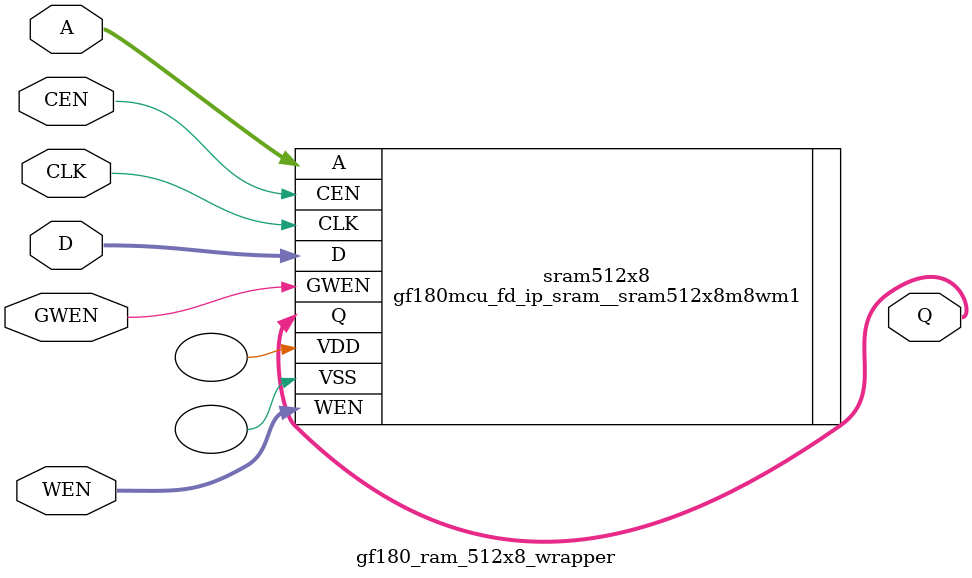
<source format=v>
module gf180_ram_512x8_wrapper (
`ifdef USE_POWER_PINS
	inout VDD,
	inout VSS,
`endif
	input CLK,
	input CEN,
	input GWEN,
	input [7:0] WEN,
	input [8:0] A,
	input [7:0] D,
	output [7:0] Q
);

gf180mcu_fd_ip_sram__sram512x8m8wm1 sram512x8 (
    .CLK    (CLK),
    .CEN    (CEN),
    .GWEN   (GWEN),
    .WEN    (WEN),
    .A      (A),
    .D      (D),
    .Q      (Q),
`ifdef USE_POWER_PINS
    .VDD    (VDD),
    .VSS    (VSS)
`endif
`ifndef USE_POWER_PINS
	.VDD(),
	.VSS()
`endif
);

endmodule
</source>
